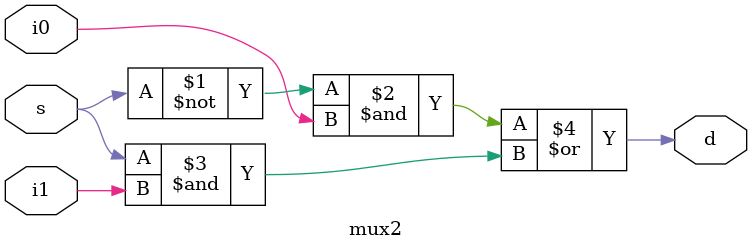
<source format=sv>
`timescale 1ns / 1ps


module shift_reg(
    input logic shift, p_load, reset, clk,
    input logic s_bit,
    input logic[7:0] val_next,
    output logic[7:0] val);
    
    logic out_7_1, out_6_1, out_5_1, out_4_1, out_3_1, out_2_1, out_1_1, out_0_1;
    logic out_7_2, out_6_2, out_5_2, out_4_2, out_3_2, out_2_2, out_1_2, out_0_2;
    logic d_7, d_6, d_5, d_4, d_3, d_2, d_1, d_0;
    
    mux2 mux7_1(s_bit,d_7,shift, out_7_1);
    mux2 mux7_2(val_next[7], out_7_1, p_load, out_7_2);
    DFF reg7(out_7_2, clk, reset, d_7);
    
    mux2 mux6_1(d_7, d_6, shift, out_6_1);
    mux2 mux6_2(val_next[6], out_6_1, p_load, out_6_2);
    DFF reg6(out_6_2, clk, reset, d_6);
    
    mux2 mux5_1(d_6, d_5, shift, out_5_1);
    mux2 mux5_2(val_next[5], out_5_1, p_load, out_5_2);
    DFF reg5(out_5_2, clk, reset, d_5);
    
    mux2 mux4_1(d_5, d_4, shift, out_4_1);
    mux2 mux4_2(val_next[4], out_4_1, p_load, out_4_2);
    DFF reg4(out_4_2, clk, reset, d_4);
    
    mux2 mux3_1(d_4, d_3, shift, out_3_1);
    mux2 mux3_2(val_next[3], out_3_1, p_load, out_3_2);
    DFF reg3(out_3_2, clk, reset, d_3);
    
    mux2 mux2_1(d_3, d_2, shift, out_2_1);
    mux2 mux2_2(val_next[2], out_2_1, p_load, out_2_2);
    DFF reg2(out_2_2, clk, reset, d_2);
    
    mux2 mux1_1(d_2, d_1, shift, out_1_1);
    mux2 mux1_2(val_next[1], out_1_1, p_load, out_1_2);
    DFF reg1(out_1_2, clk, reset, d_1);
    
    mux2 mux0_1(d_1, d_0, shift, out_0_1);
    mux2 mux0_2(val_next[0], out_0_1, p_load, out_0_2);
    DFF reg0(out_0_2, clk, reset, d_0);
    
    assign val[7] = d_7;
    assign val[6] = d_6;
    assign val[5] = d_5;
    assign val[4] = d_4;
    assign val[3] = d_3;
    assign val[2] = d_2;
    assign val[1] = d_1;
    assign val[0] = d_0;
    
endmodule

module mux2 (i1, i0, s, d);
    input i1, i0, s;
    output d;
    assign d = ~s&i0 | s&i1;
endmodule
</source>
